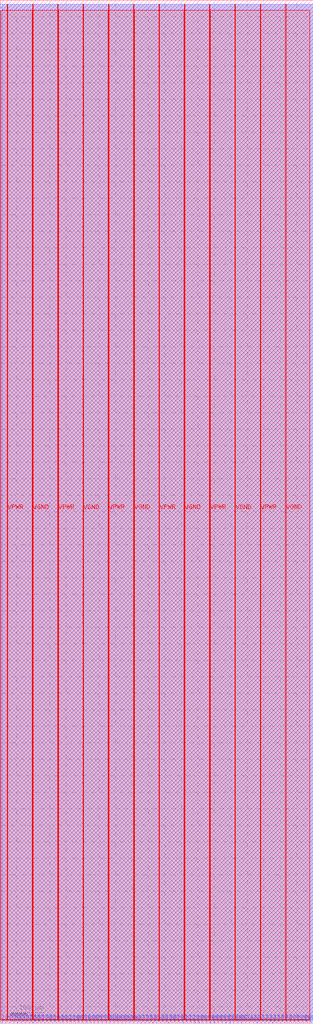
<source format=lef>
VERSION 5.7 ;
  NOWIREEXTENSIONATPIN ON ;
  DIVIDERCHAR "/" ;
  BUSBITCHARS "[]" ;
MACRO RAM_2x4KB
  CLASS BLOCK ;
  FOREIGN RAM_2x4KB ;
  ORIGIN 0.000 0.000 ;
  SIZE 950.000 BY 3100.000 ;
  PIN A[0]
    DIRECTION INPUT ;
    USE SIGNAL ;
    PORT
      LAYER met2 ;
        RECT 755.870 0.000 756.150 4.000 ;
    END
  END A[0]
  PIN A[10]
    DIRECTION INPUT ;
    USE SIGNAL ;
    PORT
      LAYER met2 ;
        RECT 873.170 0.000 873.450 4.000 ;
    END
  END A[10]
  PIN A[1]
    DIRECTION INPUT ;
    USE SIGNAL ;
    PORT
      LAYER met2 ;
        RECT 767.830 0.000 768.110 4.000 ;
    END
  END A[1]
  PIN A[2]
    DIRECTION INPUT ;
    USE SIGNAL ;
    PORT
      LAYER met2 ;
        RECT 779.330 0.000 779.610 4.000 ;
    END
  END A[2]
  PIN A[3]
    DIRECTION INPUT ;
    USE SIGNAL ;
    PORT
      LAYER met2 ;
        RECT 791.290 0.000 791.570 4.000 ;
    END
  END A[3]
  PIN A[4]
    DIRECTION INPUT ;
    USE SIGNAL ;
    PORT
      LAYER met2 ;
        RECT 802.790 0.000 803.070 4.000 ;
    END
  END A[4]
  PIN A[5]
    DIRECTION INPUT ;
    USE SIGNAL ;
    PORT
      LAYER met2 ;
        RECT 814.750 0.000 815.030 4.000 ;
    END
  END A[5]
  PIN A[6]
    DIRECTION INPUT ;
    USE SIGNAL ;
    PORT
      LAYER met2 ;
        RECT 826.250 0.000 826.530 4.000 ;
    END
  END A[6]
  PIN A[7]
    DIRECTION INPUT ;
    USE SIGNAL ;
    PORT
      LAYER met2 ;
        RECT 838.210 0.000 838.490 4.000 ;
    END
  END A[7]
  PIN A[8]
    DIRECTION INPUT ;
    USE SIGNAL ;
    PORT
      LAYER met2 ;
        RECT 849.710 0.000 849.990 4.000 ;
    END
  END A[8]
  PIN A[9]
    DIRECTION INPUT ;
    USE SIGNAL ;
    PORT
      LAYER met2 ;
        RECT 861.670 0.000 861.950 4.000 ;
    END
  END A[9]
  PIN CLK
    DIRECTION INPUT ;
    USE SIGNAL ;
    PORT
      LAYER met2 ;
        RECT 885.130 0.000 885.410 4.000 ;
    END
  END CLK
  PIN Di[0]
    DIRECTION INPUT ;
    USE SIGNAL ;
    PORT
      LAYER met2 ;
        RECT 380.510 0.000 380.790 4.000 ;
    END
  END Di[0]
  PIN Di[10]
    DIRECTION INPUT ;
    USE SIGNAL ;
    PORT
      LAYER met2 ;
        RECT 497.810 0.000 498.090 4.000 ;
    END
  END Di[10]
  PIN Di[11]
    DIRECTION INPUT ;
    USE SIGNAL ;
    PORT
      LAYER met2 ;
        RECT 509.770 0.000 510.050 4.000 ;
    END
  END Di[11]
  PIN Di[12]
    DIRECTION INPUT ;
    USE SIGNAL ;
    PORT
      LAYER met2 ;
        RECT 521.270 0.000 521.550 4.000 ;
    END
  END Di[12]
  PIN Di[13]
    DIRECTION INPUT ;
    USE SIGNAL ;
    PORT
      LAYER met2 ;
        RECT 533.230 0.000 533.510 4.000 ;
    END
  END Di[13]
  PIN Di[14]
    DIRECTION INPUT ;
    USE SIGNAL ;
    PORT
      LAYER met2 ;
        RECT 544.730 0.000 545.010 4.000 ;
    END
  END Di[14]
  PIN Di[15]
    DIRECTION INPUT ;
    USE SIGNAL ;
    PORT
      LAYER met2 ;
        RECT 556.690 0.000 556.970 4.000 ;
    END
  END Di[15]
  PIN Di[16]
    DIRECTION INPUT ;
    USE SIGNAL ;
    PORT
      LAYER met2 ;
        RECT 568.190 0.000 568.470 4.000 ;
    END
  END Di[16]
  PIN Di[17]
    DIRECTION INPUT ;
    USE SIGNAL ;
    PORT
      LAYER met2 ;
        RECT 580.150 0.000 580.430 4.000 ;
    END
  END Di[17]
  PIN Di[18]
    DIRECTION INPUT ;
    USE SIGNAL ;
    PORT
      LAYER met2 ;
        RECT 591.650 0.000 591.930 4.000 ;
    END
  END Di[18]
  PIN Di[19]
    DIRECTION INPUT ;
    USE SIGNAL ;
    PORT
      LAYER met2 ;
        RECT 603.610 0.000 603.890 4.000 ;
    END
  END Di[19]
  PIN Di[1]
    DIRECTION INPUT ;
    USE SIGNAL ;
    PORT
      LAYER met2 ;
        RECT 392.470 0.000 392.750 4.000 ;
    END
  END Di[1]
  PIN Di[20]
    DIRECTION INPUT ;
    USE SIGNAL ;
    PORT
      LAYER met2 ;
        RECT 615.110 0.000 615.390 4.000 ;
    END
  END Di[20]
  PIN Di[21]
    DIRECTION INPUT ;
    USE SIGNAL ;
    PORT
      LAYER met2 ;
        RECT 627.070 0.000 627.350 4.000 ;
    END
  END Di[21]
  PIN Di[22]
    DIRECTION INPUT ;
    USE SIGNAL ;
    PORT
      LAYER met2 ;
        RECT 638.570 0.000 638.850 4.000 ;
    END
  END Di[22]
  PIN Di[23]
    DIRECTION INPUT ;
    USE SIGNAL ;
    PORT
      LAYER met2 ;
        RECT 650.530 0.000 650.810 4.000 ;
    END
  END Di[23]
  PIN Di[24]
    DIRECTION INPUT ;
    USE SIGNAL ;
    PORT
      LAYER met2 ;
        RECT 662.030 0.000 662.310 4.000 ;
    END
  END Di[24]
  PIN Di[25]
    DIRECTION INPUT ;
    USE SIGNAL ;
    PORT
      LAYER met2 ;
        RECT 673.990 0.000 674.270 4.000 ;
    END
  END Di[25]
  PIN Di[26]
    DIRECTION INPUT ;
    USE SIGNAL ;
    PORT
      LAYER met2 ;
        RECT 685.490 0.000 685.770 4.000 ;
    END
  END Di[26]
  PIN Di[27]
    DIRECTION INPUT ;
    USE SIGNAL ;
    PORT
      LAYER met2 ;
        RECT 697.450 0.000 697.730 4.000 ;
    END
  END Di[27]
  PIN Di[28]
    DIRECTION INPUT ;
    USE SIGNAL ;
    PORT
      LAYER met2 ;
        RECT 708.950 0.000 709.230 4.000 ;
    END
  END Di[28]
  PIN Di[29]
    DIRECTION INPUT ;
    USE SIGNAL ;
    PORT
      LAYER met2 ;
        RECT 720.910 0.000 721.190 4.000 ;
    END
  END Di[29]
  PIN Di[2]
    DIRECTION INPUT ;
    USE SIGNAL ;
    PORT
      LAYER met2 ;
        RECT 403.970 0.000 404.250 4.000 ;
    END
  END Di[2]
  PIN Di[30]
    DIRECTION INPUT ;
    USE SIGNAL ;
    PORT
      LAYER met2 ;
        RECT 732.410 0.000 732.690 4.000 ;
    END
  END Di[30]
  PIN Di[31]
    DIRECTION INPUT ;
    USE SIGNAL ;
    PORT
      LAYER met2 ;
        RECT 744.370 0.000 744.650 4.000 ;
    END
  END Di[31]
  PIN Di[3]
    DIRECTION INPUT ;
    USE SIGNAL ;
    PORT
      LAYER met2 ;
        RECT 415.930 0.000 416.210 4.000 ;
    END
  END Di[3]
  PIN Di[4]
    DIRECTION INPUT ;
    USE SIGNAL ;
    PORT
      LAYER met2 ;
        RECT 427.430 0.000 427.710 4.000 ;
    END
  END Di[4]
  PIN Di[5]
    DIRECTION INPUT ;
    USE SIGNAL ;
    PORT
      LAYER met2 ;
        RECT 439.390 0.000 439.670 4.000 ;
    END
  END Di[5]
  PIN Di[6]
    DIRECTION INPUT ;
    USE SIGNAL ;
    PORT
      LAYER met2 ;
        RECT 450.890 0.000 451.170 4.000 ;
    END
  END Di[6]
  PIN Di[7]
    DIRECTION INPUT ;
    USE SIGNAL ;
    PORT
      LAYER met2 ;
        RECT 462.850 0.000 463.130 4.000 ;
    END
  END Di[7]
  PIN Di[8]
    DIRECTION INPUT ;
    USE SIGNAL ;
    PORT
      LAYER met2 ;
        RECT 474.350 0.000 474.630 4.000 ;
    END
  END Di[8]
  PIN Di[9]
    DIRECTION INPUT ;
    USE SIGNAL ;
    PORT
      LAYER met2 ;
        RECT 486.310 0.000 486.590 4.000 ;
    END
  END Di[9]
  PIN Do[0]
    DIRECTION OUTPUT TRISTATE ;
    USE SIGNAL ;
    PORT
      LAYER met2 ;
        RECT 5.610 0.000 5.890 4.000 ;
    END
  END Do[0]
  PIN Do[10]
    DIRECTION OUTPUT TRISTATE ;
    USE SIGNAL ;
    PORT
      LAYER met2 ;
        RECT 122.450 0.000 122.730 4.000 ;
    END
  END Do[10]
  PIN Do[11]
    DIRECTION OUTPUT TRISTATE ;
    USE SIGNAL ;
    PORT
      LAYER met2 ;
        RECT 134.410 0.000 134.690 4.000 ;
    END
  END Do[11]
  PIN Do[12]
    DIRECTION OUTPUT TRISTATE ;
    USE SIGNAL ;
    PORT
      LAYER met2 ;
        RECT 145.910 0.000 146.190 4.000 ;
    END
  END Do[12]
  PIN Do[13]
    DIRECTION OUTPUT TRISTATE ;
    USE SIGNAL ;
    PORT
      LAYER met2 ;
        RECT 157.870 0.000 158.150 4.000 ;
    END
  END Do[13]
  PIN Do[14]
    DIRECTION OUTPUT TRISTATE ;
    USE SIGNAL ;
    PORT
      LAYER met2 ;
        RECT 169.370 0.000 169.650 4.000 ;
    END
  END Do[14]
  PIN Do[15]
    DIRECTION OUTPUT TRISTATE ;
    USE SIGNAL ;
    PORT
      LAYER met2 ;
        RECT 181.330 0.000 181.610 4.000 ;
    END
  END Do[15]
  PIN Do[16]
    DIRECTION OUTPUT TRISTATE ;
    USE SIGNAL ;
    PORT
      LAYER met2 ;
        RECT 192.830 0.000 193.110 4.000 ;
    END
  END Do[16]
  PIN Do[17]
    DIRECTION OUTPUT TRISTATE ;
    USE SIGNAL ;
    PORT
      LAYER met2 ;
        RECT 204.790 0.000 205.070 4.000 ;
    END
  END Do[17]
  PIN Do[18]
    DIRECTION OUTPUT TRISTATE ;
    USE SIGNAL ;
    PORT
      LAYER met2 ;
        RECT 216.290 0.000 216.570 4.000 ;
    END
  END Do[18]
  PIN Do[19]
    DIRECTION OUTPUT TRISTATE ;
    USE SIGNAL ;
    PORT
      LAYER met2 ;
        RECT 228.250 0.000 228.530 4.000 ;
    END
  END Do[19]
  PIN Do[1]
    DIRECTION OUTPUT TRISTATE ;
    USE SIGNAL ;
    PORT
      LAYER met2 ;
        RECT 17.110 0.000 17.390 4.000 ;
    END
  END Do[1]
  PIN Do[20]
    DIRECTION OUTPUT TRISTATE ;
    USE SIGNAL ;
    PORT
      LAYER met2 ;
        RECT 239.750 0.000 240.030 4.000 ;
    END
  END Do[20]
  PIN Do[21]
    DIRECTION OUTPUT TRISTATE ;
    USE SIGNAL ;
    PORT
      LAYER met2 ;
        RECT 251.710 0.000 251.990 4.000 ;
    END
  END Do[21]
  PIN Do[22]
    DIRECTION OUTPUT TRISTATE ;
    USE SIGNAL ;
    PORT
      LAYER met2 ;
        RECT 263.210 0.000 263.490 4.000 ;
    END
  END Do[22]
  PIN Do[23]
    DIRECTION OUTPUT TRISTATE ;
    USE SIGNAL ;
    PORT
      LAYER met2 ;
        RECT 275.170 0.000 275.450 4.000 ;
    END
  END Do[23]
  PIN Do[24]
    DIRECTION OUTPUT TRISTATE ;
    USE SIGNAL ;
    PORT
      LAYER met2 ;
        RECT 286.670 0.000 286.950 4.000 ;
    END
  END Do[24]
  PIN Do[25]
    DIRECTION OUTPUT TRISTATE ;
    USE SIGNAL ;
    PORT
      LAYER met2 ;
        RECT 298.630 0.000 298.910 4.000 ;
    END
  END Do[25]
  PIN Do[26]
    DIRECTION OUTPUT TRISTATE ;
    USE SIGNAL ;
    PORT
      LAYER met2 ;
        RECT 310.130 0.000 310.410 4.000 ;
    END
  END Do[26]
  PIN Do[27]
    DIRECTION OUTPUT TRISTATE ;
    USE SIGNAL ;
    PORT
      LAYER met2 ;
        RECT 322.090 0.000 322.370 4.000 ;
    END
  END Do[27]
  PIN Do[28]
    DIRECTION OUTPUT TRISTATE ;
    USE SIGNAL ;
    PORT
      LAYER met2 ;
        RECT 333.590 0.000 333.870 4.000 ;
    END
  END Do[28]
  PIN Do[29]
    DIRECTION OUTPUT TRISTATE ;
    USE SIGNAL ;
    PORT
      LAYER met2 ;
        RECT 345.550 0.000 345.830 4.000 ;
    END
  END Do[29]
  PIN Do[2]
    DIRECTION OUTPUT TRISTATE ;
    USE SIGNAL ;
    PORT
      LAYER met2 ;
        RECT 28.610 0.000 28.890 4.000 ;
    END
  END Do[2]
  PIN Do[30]
    DIRECTION OUTPUT TRISTATE ;
    USE SIGNAL ;
    PORT
      LAYER met2 ;
        RECT 357.050 0.000 357.330 4.000 ;
    END
  END Do[30]
  PIN Do[31]
    DIRECTION OUTPUT TRISTATE ;
    USE SIGNAL ;
    PORT
      LAYER met2 ;
        RECT 369.010 0.000 369.290 4.000 ;
    END
  END Do[31]
  PIN Do[3]
    DIRECTION OUTPUT TRISTATE ;
    USE SIGNAL ;
    PORT
      LAYER met2 ;
        RECT 40.570 0.000 40.850 4.000 ;
    END
  END Do[3]
  PIN Do[4]
    DIRECTION OUTPUT TRISTATE ;
    USE SIGNAL ;
    PORT
      LAYER met2 ;
        RECT 52.070 0.000 52.350 4.000 ;
    END
  END Do[4]
  PIN Do[5]
    DIRECTION OUTPUT TRISTATE ;
    USE SIGNAL ;
    PORT
      LAYER met2 ;
        RECT 64.030 0.000 64.310 4.000 ;
    END
  END Do[5]
  PIN Do[6]
    DIRECTION OUTPUT TRISTATE ;
    USE SIGNAL ;
    PORT
      LAYER met2 ;
        RECT 75.530 0.000 75.810 4.000 ;
    END
  END Do[6]
  PIN Do[7]
    DIRECTION OUTPUT TRISTATE ;
    USE SIGNAL ;
    PORT
      LAYER met2 ;
        RECT 87.490 0.000 87.770 4.000 ;
    END
  END Do[7]
  PIN Do[8]
    DIRECTION OUTPUT TRISTATE ;
    USE SIGNAL ;
    PORT
      LAYER met2 ;
        RECT 98.990 0.000 99.270 4.000 ;
    END
  END Do[8]
  PIN Do[9]
    DIRECTION OUTPUT TRISTATE ;
    USE SIGNAL ;
    PORT
      LAYER met2 ;
        RECT 110.950 0.000 111.230 4.000 ;
    END
  END Do[9]
  PIN EN
    DIRECTION INPUT ;
    USE SIGNAL ;
    PORT
      LAYER met2 ;
        RECT 943.550 0.000 943.830 4.000 ;
    END
  END EN
  PIN WE[0]
    DIRECTION INPUT ;
    USE SIGNAL ;
    PORT
      LAYER met2 ;
        RECT 896.630 0.000 896.910 4.000 ;
    END
  END WE[0]
  PIN WE[1]
    DIRECTION INPUT ;
    USE SIGNAL ;
    PORT
      LAYER met2 ;
        RECT 908.590 0.000 908.870 4.000 ;
    END
  END WE[1]
  PIN WE[2]
    DIRECTION INPUT ;
    USE SIGNAL ;
    PORT
      LAYER met2 ;
        RECT 920.090 0.000 920.370 4.000 ;
    END
  END WE[2]
  PIN WE[3]
    DIRECTION INPUT ;
    USE SIGNAL ;
    PORT
      LAYER met2 ;
        RECT 932.050 0.000 932.330 4.000 ;
    END
  END WE[3]
  PIN VPWR
    DIRECTION INOUT ;
    USE POWER ;
    PORT
      LAYER met4 ;
        RECT 789.040 10.640 790.640 3087.440 ;
    END
  END VPWR
  PIN VPWR
    DIRECTION INOUT ;
    USE POWER ;
    PORT
      LAYER met4 ;
        RECT 635.440 10.640 637.040 3087.440 ;
    END
  END VPWR
  PIN VPWR
    DIRECTION INOUT ;
    USE POWER ;
    PORT
      LAYER met4 ;
        RECT 481.840 10.640 483.440 3087.440 ;
    END
  END VPWR
  PIN VPWR
    DIRECTION INOUT ;
    USE POWER ;
    PORT
      LAYER met4 ;
        RECT 328.240 10.640 329.840 3087.440 ;
    END
  END VPWR
  PIN VPWR
    DIRECTION INOUT ;
    USE POWER ;
    PORT
      LAYER met4 ;
        RECT 174.640 10.640 176.240 3087.440 ;
    END
  END VPWR
  PIN VPWR
    DIRECTION INOUT ;
    USE POWER ;
    PORT
      LAYER met4 ;
        RECT 21.040 10.640 22.640 3087.440 ;
    END
  END VPWR
  PIN VGND
    DIRECTION INOUT ;
    USE GROUND ;
    PORT
      LAYER met4 ;
        RECT 865.840 10.640 867.440 3087.440 ;
    END
  END VGND
  PIN VGND
    DIRECTION INOUT ;
    USE GROUND ;
    PORT
      LAYER met4 ;
        RECT 712.240 10.640 713.840 3087.440 ;
    END
  END VGND
  PIN VGND
    DIRECTION INOUT ;
    USE GROUND ;
    PORT
      LAYER met4 ;
        RECT 558.640 10.640 560.240 3087.440 ;
    END
  END VGND
  PIN VGND
    DIRECTION INOUT ;
    USE GROUND ;
    PORT
      LAYER met4 ;
        RECT 405.040 10.640 406.640 3087.440 ;
    END
  END VGND
  PIN VGND
    DIRECTION INOUT ;
    USE GROUND ;
    PORT
      LAYER met4 ;
        RECT 251.440 10.640 253.040 3087.440 ;
    END
  END VGND
  PIN VGND
    DIRECTION INOUT ;
    USE GROUND ;
    PORT
      LAYER met4 ;
        RECT 97.840 10.640 99.440 3087.440 ;
    END
  END VGND
  OBS
      LAYER li1 ;
        RECT 5.520 10.795 949.755 3087.285 ;
      LAYER met1 ;
        RECT 0.530 10.240 949.830 3087.440 ;
      LAYER met2 ;
        RECT 0.550 4.280 949.810 3087.440 ;
        RECT 0.550 4.000 5.330 4.280 ;
        RECT 6.170 4.000 16.830 4.280 ;
        RECT 17.670 4.000 28.330 4.280 ;
        RECT 29.170 4.000 40.290 4.280 ;
        RECT 41.130 4.000 51.790 4.280 ;
        RECT 52.630 4.000 63.750 4.280 ;
        RECT 64.590 4.000 75.250 4.280 ;
        RECT 76.090 4.000 87.210 4.280 ;
        RECT 88.050 4.000 98.710 4.280 ;
        RECT 99.550 4.000 110.670 4.280 ;
        RECT 111.510 4.000 122.170 4.280 ;
        RECT 123.010 4.000 134.130 4.280 ;
        RECT 134.970 4.000 145.630 4.280 ;
        RECT 146.470 4.000 157.590 4.280 ;
        RECT 158.430 4.000 169.090 4.280 ;
        RECT 169.930 4.000 181.050 4.280 ;
        RECT 181.890 4.000 192.550 4.280 ;
        RECT 193.390 4.000 204.510 4.280 ;
        RECT 205.350 4.000 216.010 4.280 ;
        RECT 216.850 4.000 227.970 4.280 ;
        RECT 228.810 4.000 239.470 4.280 ;
        RECT 240.310 4.000 251.430 4.280 ;
        RECT 252.270 4.000 262.930 4.280 ;
        RECT 263.770 4.000 274.890 4.280 ;
        RECT 275.730 4.000 286.390 4.280 ;
        RECT 287.230 4.000 298.350 4.280 ;
        RECT 299.190 4.000 309.850 4.280 ;
        RECT 310.690 4.000 321.810 4.280 ;
        RECT 322.650 4.000 333.310 4.280 ;
        RECT 334.150 4.000 345.270 4.280 ;
        RECT 346.110 4.000 356.770 4.280 ;
        RECT 357.610 4.000 368.730 4.280 ;
        RECT 369.570 4.000 380.230 4.280 ;
        RECT 381.070 4.000 392.190 4.280 ;
        RECT 393.030 4.000 403.690 4.280 ;
        RECT 404.530 4.000 415.650 4.280 ;
        RECT 416.490 4.000 427.150 4.280 ;
        RECT 427.990 4.000 439.110 4.280 ;
        RECT 439.950 4.000 450.610 4.280 ;
        RECT 451.450 4.000 462.570 4.280 ;
        RECT 463.410 4.000 474.070 4.280 ;
        RECT 474.910 4.000 486.030 4.280 ;
        RECT 486.870 4.000 497.530 4.280 ;
        RECT 498.370 4.000 509.490 4.280 ;
        RECT 510.330 4.000 520.990 4.280 ;
        RECT 521.830 4.000 532.950 4.280 ;
        RECT 533.790 4.000 544.450 4.280 ;
        RECT 545.290 4.000 556.410 4.280 ;
        RECT 557.250 4.000 567.910 4.280 ;
        RECT 568.750 4.000 579.870 4.280 ;
        RECT 580.710 4.000 591.370 4.280 ;
        RECT 592.210 4.000 603.330 4.280 ;
        RECT 604.170 4.000 614.830 4.280 ;
        RECT 615.670 4.000 626.790 4.280 ;
        RECT 627.630 4.000 638.290 4.280 ;
        RECT 639.130 4.000 650.250 4.280 ;
        RECT 651.090 4.000 661.750 4.280 ;
        RECT 662.590 4.000 673.710 4.280 ;
        RECT 674.550 4.000 685.210 4.280 ;
        RECT 686.050 4.000 697.170 4.280 ;
        RECT 698.010 4.000 708.670 4.280 ;
        RECT 709.510 4.000 720.630 4.280 ;
        RECT 721.470 4.000 732.130 4.280 ;
        RECT 732.970 4.000 744.090 4.280 ;
        RECT 744.930 4.000 755.590 4.280 ;
        RECT 756.430 4.000 767.550 4.280 ;
        RECT 768.390 4.000 779.050 4.280 ;
        RECT 779.890 4.000 791.010 4.280 ;
        RECT 791.850 4.000 802.510 4.280 ;
        RECT 803.350 4.000 814.470 4.280 ;
        RECT 815.310 4.000 825.970 4.280 ;
        RECT 826.810 4.000 837.930 4.280 ;
        RECT 838.770 4.000 849.430 4.280 ;
        RECT 850.270 4.000 861.390 4.280 ;
        RECT 862.230 4.000 872.890 4.280 ;
        RECT 873.730 4.000 884.850 4.280 ;
        RECT 885.690 4.000 896.350 4.280 ;
        RECT 897.190 4.000 908.310 4.280 ;
        RECT 909.150 4.000 919.810 4.280 ;
        RECT 920.650 4.000 931.770 4.280 ;
        RECT 932.610 4.000 943.270 4.280 ;
        RECT 944.110 4.000 949.810 4.280 ;
      LAYER met3 ;
        RECT 0.525 9.695 949.835 3087.365 ;
      LAYER met4 ;
        RECT 1.215 10.240 20.640 3069.345 ;
        RECT 23.040 10.240 97.440 3069.345 ;
        RECT 99.840 10.240 174.240 3069.345 ;
        RECT 176.640 10.240 251.040 3069.345 ;
        RECT 253.440 10.240 327.840 3069.345 ;
        RECT 330.240 10.240 404.640 3069.345 ;
        RECT 407.040 10.240 481.440 3069.345 ;
        RECT 483.840 10.240 558.240 3069.345 ;
        RECT 560.640 10.240 635.040 3069.345 ;
        RECT 637.440 10.240 711.840 3069.345 ;
        RECT 714.240 10.240 788.640 3069.345 ;
        RECT 791.040 10.240 865.440 3069.345 ;
        RECT 867.840 10.240 939.025 3069.345 ;
        RECT 1.215 9.695 939.025 10.240 ;
  END
END RAM_2x4KB
END LIBRARY


</source>
